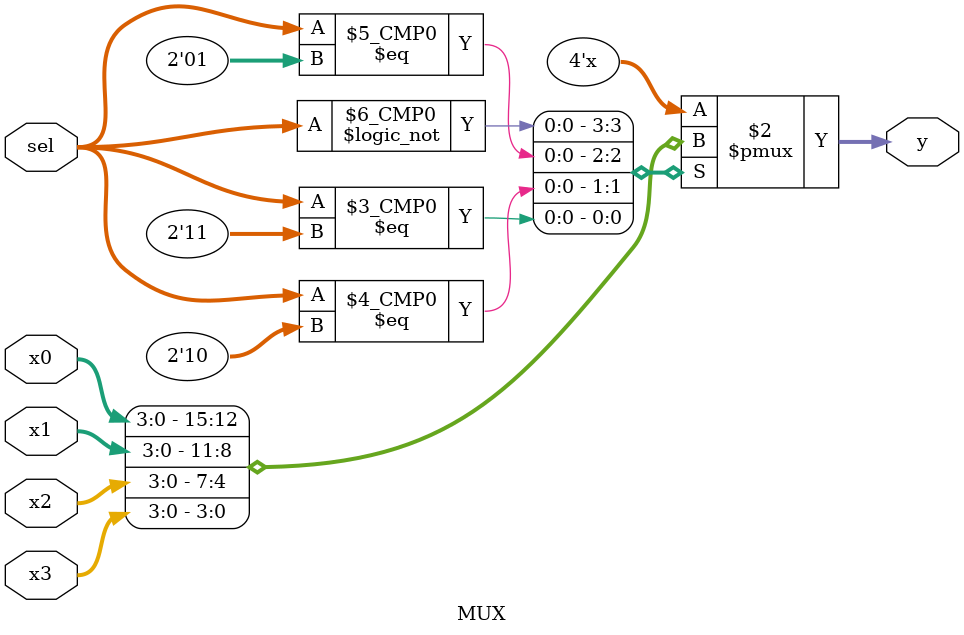
<source format=v>
`timescale 1ns / 1ps

module MUX (
    input [1:0] sel,
    input [3:0] x0,
    input [3:0] x1,
    input [3:0] x2,
    input [3:0] x3,
    output reg [3:0] y
);

    always @(*) begin     // ==always @(sel, x0, s1, x2, x3) begin => 모든 입력값 감시
        case (sel)
            2'b00:   y = x0;
            2'b01:   y = x1;
            2'b10:   y = x2;
            2'b11:   y = x3;
            default: y = x0;
        endcase
    end
endmodule

</source>
